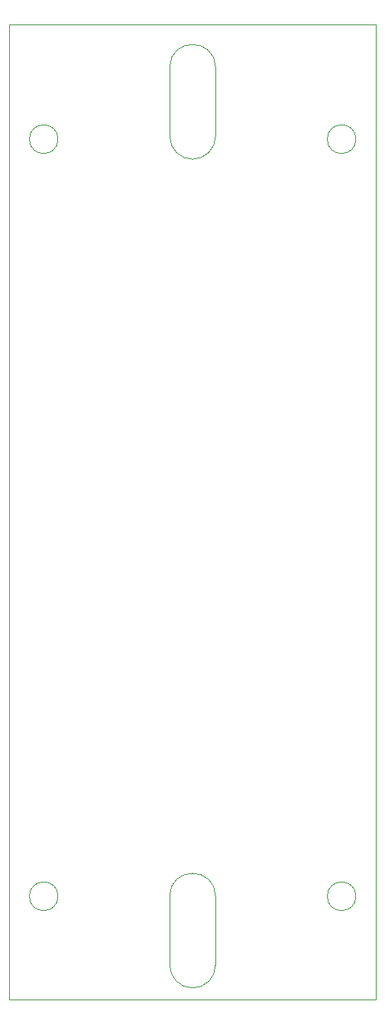
<source format=gm1>
G04 #@! TF.GenerationSoftware,KiCad,Pcbnew,(5.1.5)-3*
G04 #@! TF.CreationDate,2020-04-22T08:10:39-07:00*
G04 #@! TF.ProjectId,Plug_Pass_120V_arduino_shield,506c7567-5f50-4617-9373-5f313230565f,rev?*
G04 #@! TF.SameCoordinates,Original*
G04 #@! TF.FileFunction,Profile,NP*
%FSLAX46Y46*%
G04 Gerber Fmt 4.6, Leading zero omitted, Abs format (unit mm)*
G04 Created by KiCad (PCBNEW (5.1.5)-3) date 2020-04-22 08:10:39*
%MOMM*%
%LPD*%
G04 APERTURE LIST*
%ADD10C,0.100000*%
%ADD11C,0.025400*%
G04 APERTURE END LIST*
D10*
X89217500Y-138430000D02*
G75*
G03X89217500Y-138430000I-1587500J0D01*
G01*
X122237500Y-138430000D02*
G75*
G03X122237500Y-138430000I-1587500J0D01*
G01*
X89217500Y-54610000D02*
G75*
G03X89217500Y-54610000I-1587500J0D01*
G01*
X122237500Y-54610000D02*
G75*
G03X122237500Y-54610000I-1587500J0D01*
G01*
X101594922Y-46672498D02*
G75*
G02X106680000Y-46672500I2542539J-1D01*
G01*
X106674922Y-54292500D02*
G75*
G02X101600000Y-54292498I-2537461J1D01*
G01*
X101600000Y-46672500D02*
X101600000Y-54292500D01*
X106680000Y-46672500D02*
X106680000Y-54292500D01*
X106674920Y-146050000D02*
G75*
G02X101600000Y-146049999I-2537460J0D01*
G01*
X101594920Y-138430000D02*
G75*
G02X106680000Y-138430000I2542540J0D01*
G01*
X106680000Y-138430000D02*
X106680000Y-146050000D01*
X101600000Y-138430000D02*
X101600000Y-146050000D01*
D11*
X83820000Y-41910000D02*
X124460000Y-41910000D01*
X124460000Y-41910000D02*
X124460000Y-149860000D01*
X83820000Y-149860000D02*
X124460000Y-149860000D01*
X83820000Y-149860000D02*
X83820000Y-41910000D01*
M02*

</source>
